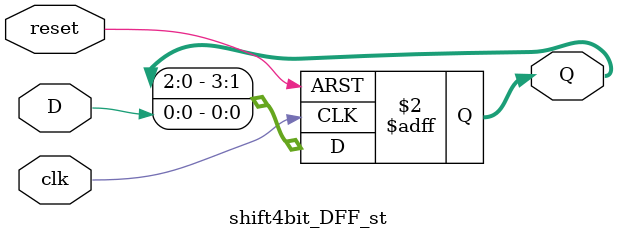
<source format=v>

module shift4bit_DFF_st (input clk, input reset, input D, output reg [3:0] Q);
	always @(posedge clk or posedge reset) begin
	if (reset)
		Q <= 4'b0000; 
	else
		Q <= {Q[2:0], D}; 	
	end
endmodule
</source>
